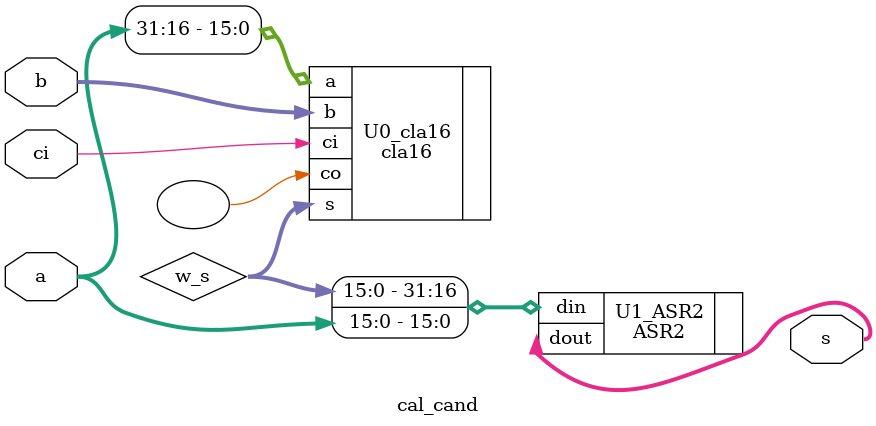
<source format=v>
module cal_cand(a,b,ci, s);

	input [31:0] a; //31:0
	input [15:0] b; //15:0
	input ci;
	output [31:0] s; //31:0

	wire [15:0] w_s;//15:0
	wire [31:0] w_ASR;//31:0

	cla16 U0_cla16 (.a(a[31:16]),.b(b),.ci(ci),.s(w_s), .co());				//set cla32 [31:16]
	ASR2 U1_ASR2(.din({w_s,a[15:0]}), .dout(s));													//[15:0]
endmodule

</source>
